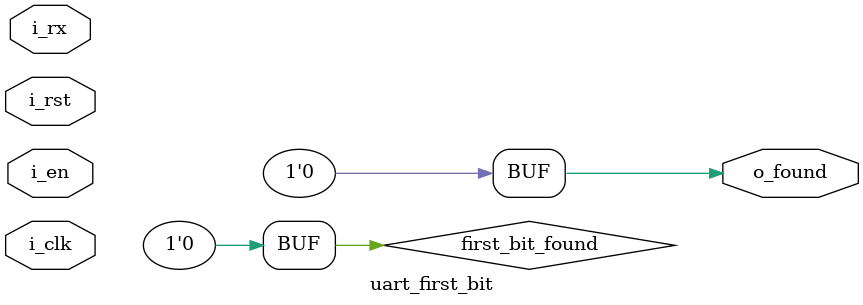
<source format=v>

module uart_first_bit(i_rst, i_clk, i_en, i_rx, o_found);

// i_clk here should be the divided clock

parameter  OSR      = 16;      // oversample ratio
localparam HALF_OSR = OSR / 2; // Half OSR
localparam TIMER    = OSR > 4 ? HALF_OSR + 2 : HALF_OSR + 1;

input wire i_rst;
input wire i_clk;
input wire i_en;
input wire i_rx;

output reg o_found;
initial o_found = 0;

wire first_bit_found;
wire pulse_timer_expired;

wire actually_reset;
assign actually_reset = i_rst | pulse_timer_expired;

assign o_found = first_bit_found;

counter #(.THRESHOLD(HALF_OSR)) first_bit (
    .i_clk(i_clk),
    .i_rst(actually_reset),
    .i_en(i_rx),
    .i_start(i_rx),
    .o_line(first_bit_found)
);

counter #(.THRESHOLD(TIMER)) pulse_timer (
    .i_clk(i_clk),
    .i_rst(actually_reset),
    .i_en(1'b1),
    .i_start(i_rx),
    .o_line(pulse_timer_expired)
);

endmodule

</source>
